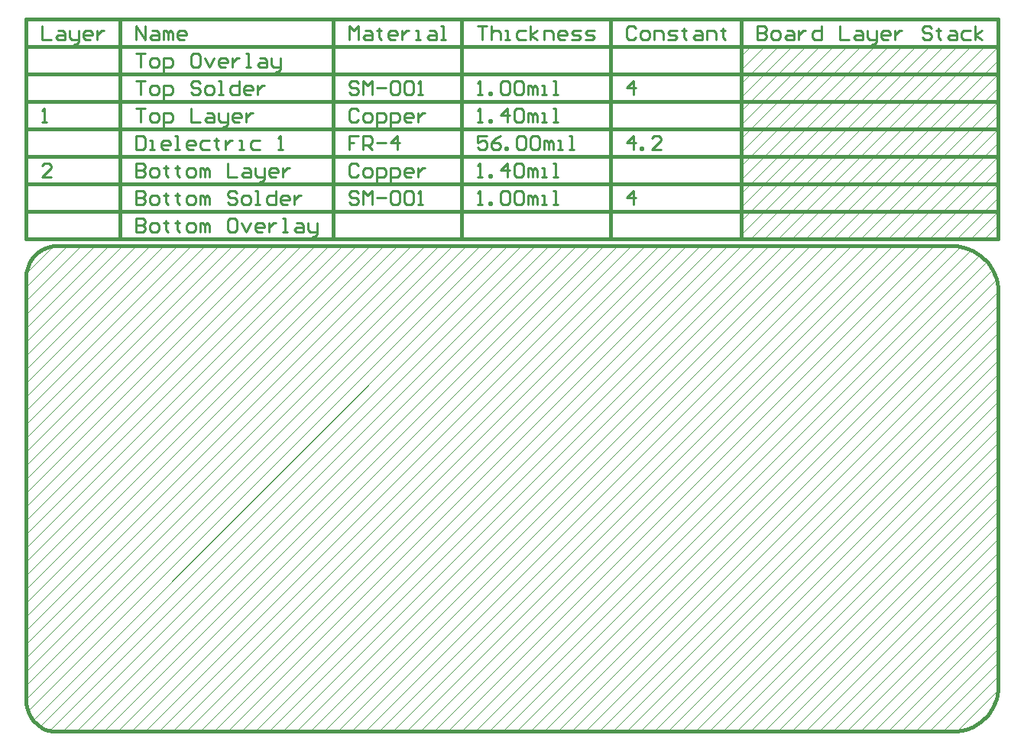
<source format=gbr>
%TF.GenerationSoftware,Altium Limited,Altium Designer,20.0.11 (256)*%
G04 Layer_Color=32768*
%FSLAX26Y26*%
%MOIN*%
%TF.FileFunction,Other,Fab_Notes*%
%TF.Part,Single*%
G01*
G75*
%TA.AperFunction,NonConductor*%
%ADD23C,0.010000*%
%ADD38C,0.001000*%
%ADD41C,0.015000*%
D23*
X5116172Y3040675D02*
Y2980695D01*
X5156159D01*
X5186150Y3020682D02*
X5206143D01*
X5216140Y3010685D01*
Y2980695D01*
X5186150D01*
X5176153Y2990691D01*
X5186150Y3000688D01*
X5216140D01*
X5236133Y3020682D02*
Y2990691D01*
X5246130Y2980695D01*
X5276121D01*
Y2970698D01*
X5266124Y2960701D01*
X5256127D01*
X5276121Y2980695D02*
Y3020682D01*
X5326104Y2980695D02*
X5306111D01*
X5296114Y2990691D01*
Y3010685D01*
X5306111Y3020682D01*
X5326104D01*
X5336101Y3010685D01*
Y3000688D01*
X5296114D01*
X5356095Y3020682D02*
Y2980695D01*
Y3000688D01*
X5366092Y3010685D01*
X5376088Y3020682D01*
X5386085D01*
X5156159Y2380695D02*
X5116172D01*
X5156159Y2420682D01*
Y2430678D01*
X5146163Y2440675D01*
X5126169D01*
X5116172Y2430678D01*
Y2620695D02*
X5136166D01*
X5126169D01*
Y2680675D01*
X5116172Y2670678D01*
X5526085Y2980695D02*
Y3040675D01*
X5566072Y2980695D01*
Y3040675D01*
X5596062Y3020682D02*
X5616056D01*
X5626053Y3010685D01*
Y2980695D01*
X5596062D01*
X5586066Y2990691D01*
X5596062Y3000688D01*
X5626053D01*
X5646046Y2980695D02*
Y3020682D01*
X5656043D01*
X5666040Y3010685D01*
Y2980695D01*
Y3010685D01*
X5676037Y3020682D01*
X5686033Y3010685D01*
Y2980695D01*
X5736017D02*
X5716024D01*
X5706027Y2990691D01*
Y3010685D01*
X5716024Y3020682D01*
X5736017D01*
X5746014Y3010685D01*
Y3000688D01*
X5706027D01*
X5526085Y2200675D02*
Y2140695D01*
X5556075D01*
X5566072Y2150691D01*
Y2160688D01*
X5556075Y2170685D01*
X5526085D01*
X5556075D01*
X5566072Y2180682D01*
Y2190678D01*
X5556075Y2200675D01*
X5526085D01*
X5596062Y2140695D02*
X5616056D01*
X5626053Y2150691D01*
Y2170685D01*
X5616056Y2180682D01*
X5596062D01*
X5586066Y2170685D01*
Y2150691D01*
X5596062Y2140695D01*
X5656043Y2190678D02*
Y2180682D01*
X5646046D01*
X5666040D01*
X5656043D01*
Y2150691D01*
X5666040Y2140695D01*
X5706027Y2190678D02*
Y2180682D01*
X5696030D01*
X5716024D01*
X5706027D01*
Y2150691D01*
X5716024Y2140695D01*
X5756011D02*
X5776004D01*
X5786001Y2150691D01*
Y2170685D01*
X5776004Y2180682D01*
X5756011D01*
X5746014Y2170685D01*
Y2150691D01*
X5756011Y2140695D01*
X5805994D02*
Y2180682D01*
X5815991D01*
X5825988Y2170685D01*
Y2140695D01*
Y2170685D01*
X5835985Y2180682D01*
X5845981Y2170685D01*
Y2140695D01*
X5955946Y2200675D02*
X5935952D01*
X5925956Y2190678D01*
Y2150691D01*
X5935952Y2140695D01*
X5955946D01*
X5965943Y2150691D01*
Y2190678D01*
X5955946Y2200675D01*
X5985936Y2180682D02*
X6005930Y2140695D01*
X6025923Y2180682D01*
X6075907Y2140695D02*
X6055914D01*
X6045917Y2150691D01*
Y2170685D01*
X6055914Y2180682D01*
X6075907D01*
X6085904Y2170685D01*
Y2160688D01*
X6045917D01*
X6105897Y2180682D02*
Y2140695D01*
Y2160688D01*
X6115894Y2170685D01*
X6125891Y2180682D01*
X6135888D01*
X6165878Y2140695D02*
X6185872D01*
X6175875D01*
Y2200675D01*
X6165878D01*
X6225859Y2180682D02*
X6245852D01*
X6255849Y2170685D01*
Y2140695D01*
X6225859D01*
X6215862Y2150691D01*
X6225859Y2160688D01*
X6255849D01*
X6275842Y2180682D02*
Y2150691D01*
X6285839Y2140695D01*
X6315829D01*
Y2130698D01*
X6305833Y2120701D01*
X6295836D01*
X6315829Y2140695D02*
Y2180682D01*
X5526085Y2320675D02*
Y2260695D01*
X5556075D01*
X5566072Y2270691D01*
Y2280688D01*
X5556075Y2290685D01*
X5526085D01*
X5556075D01*
X5566072Y2300682D01*
Y2310678D01*
X5556075Y2320675D01*
X5526085D01*
X5596062Y2260695D02*
X5616056D01*
X5626053Y2270691D01*
Y2290685D01*
X5616056Y2300682D01*
X5596062D01*
X5586066Y2290685D01*
Y2270691D01*
X5596062Y2260695D01*
X5656043Y2310678D02*
Y2300682D01*
X5646046D01*
X5666040D01*
X5656043D01*
Y2270691D01*
X5666040Y2260695D01*
X5706027Y2310678D02*
Y2300682D01*
X5696030D01*
X5716024D01*
X5706027D01*
Y2270691D01*
X5716024Y2260695D01*
X5756011D02*
X5776004D01*
X5786001Y2270691D01*
Y2290685D01*
X5776004Y2300682D01*
X5756011D01*
X5746014Y2290685D01*
Y2270691D01*
X5756011Y2260695D01*
X5805994D02*
Y2300682D01*
X5815991D01*
X5825988Y2290685D01*
Y2260695D01*
Y2290685D01*
X5835985Y2300682D01*
X5845981Y2290685D01*
Y2260695D01*
X5965943Y2310678D02*
X5955946Y2320675D01*
X5935952D01*
X5925956Y2310678D01*
Y2300682D01*
X5935952Y2290685D01*
X5955946D01*
X5965943Y2280688D01*
Y2270691D01*
X5955946Y2260695D01*
X5935952D01*
X5925956Y2270691D01*
X5995933Y2260695D02*
X6015926D01*
X6025923Y2270691D01*
Y2290685D01*
X6015926Y2300682D01*
X5995933D01*
X5985936Y2290685D01*
Y2270691D01*
X5995933Y2260695D01*
X6045917D02*
X6065910D01*
X6055914D01*
Y2320675D01*
X6045917D01*
X6135888D02*
Y2260695D01*
X6105897D01*
X6095901Y2270691D01*
Y2290685D01*
X6105897Y2300682D01*
X6135888D01*
X6185872Y2260695D02*
X6165878D01*
X6155881Y2270691D01*
Y2290685D01*
X6165878Y2300682D01*
X6185872D01*
X6195868Y2290685D01*
Y2280688D01*
X6155881D01*
X6215862Y2300682D02*
Y2260695D01*
Y2280688D01*
X6225859Y2290685D01*
X6235855Y2300682D01*
X6245852D01*
X5526085Y2440675D02*
Y2380695D01*
X5556075D01*
X5566072Y2390691D01*
Y2400688D01*
X5556075Y2410685D01*
X5526085D01*
X5556075D01*
X5566072Y2420682D01*
Y2430678D01*
X5556075Y2440675D01*
X5526085D01*
X5596062Y2380695D02*
X5616056D01*
X5626053Y2390691D01*
Y2410685D01*
X5616056Y2420682D01*
X5596062D01*
X5586066Y2410685D01*
Y2390691D01*
X5596062Y2380695D01*
X5656043Y2430678D02*
Y2420682D01*
X5646046D01*
X5666040D01*
X5656043D01*
Y2390691D01*
X5666040Y2380695D01*
X5706027Y2430678D02*
Y2420682D01*
X5696030D01*
X5716024D01*
X5706027D01*
Y2390691D01*
X5716024Y2380695D01*
X5756011D02*
X5776004D01*
X5786001Y2390691D01*
Y2410685D01*
X5776004Y2420682D01*
X5756011D01*
X5746014Y2410685D01*
Y2390691D01*
X5756011Y2380695D01*
X5805994D02*
Y2420682D01*
X5815991D01*
X5825988Y2410685D01*
Y2380695D01*
Y2410685D01*
X5835985Y2420682D01*
X5845981Y2410685D01*
Y2380695D01*
X5925956Y2440675D02*
Y2380695D01*
X5965943D01*
X5995933Y2420682D02*
X6015926D01*
X6025923Y2410685D01*
Y2380695D01*
X5995933D01*
X5985936Y2390691D01*
X5995933Y2400688D01*
X6025923D01*
X6045917Y2420682D02*
Y2390691D01*
X6055914Y2380695D01*
X6085904D01*
Y2370698D01*
X6075907Y2360701D01*
X6065910D01*
X6085904Y2380695D02*
Y2420682D01*
X6135888Y2380695D02*
X6115894D01*
X6105897Y2390691D01*
Y2410685D01*
X6115894Y2420682D01*
X6135888D01*
X6145885Y2410685D01*
Y2400688D01*
X6105897D01*
X6165878Y2420682D02*
Y2380695D01*
Y2400688D01*
X6175875Y2410685D01*
X6185872Y2420682D01*
X6195868D01*
X5526085Y2560675D02*
Y2500695D01*
X5556075D01*
X5566072Y2510691D01*
Y2550678D01*
X5556075Y2560675D01*
X5526085D01*
X5586066Y2500695D02*
X5606059D01*
X5596062D01*
Y2540682D01*
X5586066D01*
X5666040Y2500695D02*
X5646046D01*
X5636049Y2510691D01*
Y2530685D01*
X5646046Y2540682D01*
X5666040D01*
X5676037Y2530685D01*
Y2520688D01*
X5636049D01*
X5696030Y2500695D02*
X5716024D01*
X5706027D01*
Y2560675D01*
X5696030D01*
X5776004Y2500695D02*
X5756011D01*
X5746014Y2510691D01*
Y2530685D01*
X5756011Y2540682D01*
X5776004D01*
X5786001Y2530685D01*
Y2520688D01*
X5746014D01*
X5845981Y2540682D02*
X5815991D01*
X5805994Y2530685D01*
Y2510691D01*
X5815991Y2500695D01*
X5845981D01*
X5875972Y2550678D02*
Y2540682D01*
X5865975D01*
X5885968D01*
X5875972D01*
Y2510691D01*
X5885968Y2500695D01*
X5915959Y2540682D02*
Y2500695D01*
Y2520688D01*
X5925956Y2530685D01*
X5935952Y2540682D01*
X5945949D01*
X5975939Y2500695D02*
X5995933D01*
X5985936D01*
Y2540682D01*
X5975939D01*
X6065910D02*
X6035920D01*
X6025923Y2530685D01*
Y2510691D01*
X6035920Y2500695D01*
X6065910D01*
X6145884D02*
X6165878D01*
X6155881D01*
Y2560675D01*
X6145884Y2550678D01*
X5526085Y2680675D02*
X5566072D01*
X5546078D01*
Y2620695D01*
X5596062D02*
X5616056D01*
X5626053Y2630691D01*
Y2650685D01*
X5616056Y2660682D01*
X5596062D01*
X5586066Y2650685D01*
Y2630691D01*
X5596062Y2620695D01*
X5646046Y2600701D02*
Y2660682D01*
X5676037D01*
X5686033Y2650685D01*
Y2630691D01*
X5676037Y2620695D01*
X5646046D01*
X5766007Y2680675D02*
Y2620695D01*
X5805994D01*
X5835985Y2660682D02*
X5855978D01*
X5865975Y2650685D01*
Y2620695D01*
X5835985D01*
X5825988Y2630691D01*
X5835985Y2640688D01*
X5865975D01*
X5885969Y2660682D02*
Y2630691D01*
X5895965Y2620695D01*
X5925956D01*
Y2610698D01*
X5915959Y2600701D01*
X5905962D01*
X5925956Y2620695D02*
Y2660682D01*
X5975940Y2620695D02*
X5955946D01*
X5945949Y2630691D01*
Y2650685D01*
X5955946Y2660682D01*
X5975940D01*
X5985936Y2650685D01*
Y2640688D01*
X5945949D01*
X6005930Y2660682D02*
Y2620695D01*
Y2640688D01*
X6015927Y2650685D01*
X6025923Y2660682D01*
X6035920D01*
X5526085Y2800675D02*
X5566072D01*
X5546078D01*
Y2740695D01*
X5596062D02*
X5616056D01*
X5626053Y2750691D01*
Y2770685D01*
X5616056Y2780682D01*
X5596062D01*
X5586066Y2770685D01*
Y2750691D01*
X5596062Y2740695D01*
X5646046Y2720701D02*
Y2780682D01*
X5676037D01*
X5686033Y2770685D01*
Y2750691D01*
X5676037Y2740695D01*
X5646046D01*
X5805994Y2790678D02*
X5795998Y2800675D01*
X5776004D01*
X5766007Y2790678D01*
Y2780682D01*
X5776004Y2770685D01*
X5795998D01*
X5805994Y2760688D01*
Y2750691D01*
X5795998Y2740695D01*
X5776004D01*
X5766007Y2750691D01*
X5835985Y2740695D02*
X5855978D01*
X5865975Y2750691D01*
Y2770685D01*
X5855978Y2780682D01*
X5835985D01*
X5825988Y2770685D01*
Y2750691D01*
X5835985Y2740695D01*
X5885969D02*
X5905962D01*
X5895965D01*
Y2800675D01*
X5885969D01*
X5975940D02*
Y2740695D01*
X5945949D01*
X5935952Y2750691D01*
Y2770685D01*
X5945949Y2780682D01*
X5975940D01*
X6025923Y2740695D02*
X6005930D01*
X5995933Y2750691D01*
Y2770685D01*
X6005930Y2780682D01*
X6025923D01*
X6035920Y2770685D01*
Y2760688D01*
X5995933D01*
X6055914Y2780682D02*
Y2740695D01*
Y2760688D01*
X6065910Y2770685D01*
X6075907Y2780682D01*
X6085904D01*
X5526085Y2920675D02*
X5566072D01*
X5546078D01*
Y2860695D01*
X5596062D02*
X5616056D01*
X5626053Y2870691D01*
Y2890685D01*
X5616056Y2900682D01*
X5596062D01*
X5586066Y2890685D01*
Y2870691D01*
X5596062Y2860695D01*
X5646046Y2840701D02*
Y2900682D01*
X5676037D01*
X5686033Y2890685D01*
Y2870691D01*
X5676037Y2860695D01*
X5646046D01*
X5795998Y2920675D02*
X5776004D01*
X5766007Y2910678D01*
Y2870691D01*
X5776004Y2860695D01*
X5795998D01*
X5805994Y2870691D01*
Y2910678D01*
X5795998Y2920675D01*
X5825988Y2900682D02*
X5845981Y2860695D01*
X5865975Y2900682D01*
X5915959Y2860695D02*
X5895965D01*
X5885969Y2870691D01*
Y2890685D01*
X5895965Y2900682D01*
X5915959D01*
X5925956Y2890685D01*
Y2880688D01*
X5885969D01*
X5945949Y2900682D02*
Y2860695D01*
Y2880688D01*
X5955946Y2890685D01*
X5965943Y2900682D01*
X5975940D01*
X6005930Y2860695D02*
X6025923D01*
X6015927D01*
Y2920675D01*
X6005930D01*
X6065910Y2900682D02*
X6085904D01*
X6095901Y2890685D01*
Y2860695D01*
X6065910D01*
X6055914Y2870691D01*
X6065910Y2880688D01*
X6095901D01*
X6115894Y2900682D02*
Y2870691D01*
X6125891Y2860695D01*
X6155881D01*
Y2850698D01*
X6145885Y2840701D01*
X6135888D01*
X6155881Y2860695D02*
Y2900682D01*
X6455829Y2980695D02*
Y3040675D01*
X6475823Y3020682D01*
X6495817Y3040675D01*
Y2980695D01*
X6525807Y3020682D02*
X6545800D01*
X6555797Y3010685D01*
Y2980695D01*
X6525807D01*
X6515810Y2990691D01*
X6525807Y3000688D01*
X6555797D01*
X6585788Y3030678D02*
Y3020682D01*
X6575791D01*
X6595784D01*
X6585788D01*
Y2990691D01*
X6595784Y2980695D01*
X6655765D02*
X6635771D01*
X6625775Y2990691D01*
Y3010685D01*
X6635771Y3020682D01*
X6655765D01*
X6665762Y3010685D01*
Y3000688D01*
X6625775D01*
X6685755Y3020682D02*
Y2980695D01*
Y3000688D01*
X6695752Y3010685D01*
X6705749Y3020682D01*
X6715745D01*
X6745736Y2980695D02*
X6765729D01*
X6755733D01*
Y3020682D01*
X6745736D01*
X6805716D02*
X6825710D01*
X6835707Y3010685D01*
Y2980695D01*
X6805716D01*
X6795720Y2990691D01*
X6805716Y3000688D01*
X6835707D01*
X6855700Y2980695D02*
X6875694D01*
X6865697D01*
Y3040675D01*
X6855700D01*
X6495817Y2310678D02*
X6485820Y2320675D01*
X6465826D01*
X6455829Y2310678D01*
Y2300682D01*
X6465826Y2290685D01*
X6485820D01*
X6495817Y2280688D01*
Y2270691D01*
X6485820Y2260695D01*
X6465826D01*
X6455829Y2270691D01*
X6515810Y2260695D02*
Y2320675D01*
X6535804Y2300682D01*
X6555797Y2320675D01*
Y2260695D01*
X6575791Y2290685D02*
X6615778D01*
X6635771Y2310678D02*
X6645768Y2320675D01*
X6665762D01*
X6675758Y2310678D01*
Y2270691D01*
X6665762Y2260695D01*
X6645768D01*
X6635771Y2270691D01*
Y2310678D01*
X6695752D02*
X6705749Y2320675D01*
X6725742D01*
X6735739Y2310678D01*
Y2270691D01*
X6725742Y2260695D01*
X6705749D01*
X6695752Y2270691D01*
Y2310678D01*
X6755733Y2260695D02*
X6775726D01*
X6765729D01*
Y2320675D01*
X6755733Y2310678D01*
X6495817Y2430678D02*
X6485820Y2440675D01*
X6465826D01*
X6455829Y2430678D01*
Y2390691D01*
X6465826Y2380695D01*
X6485820D01*
X6495817Y2390691D01*
X6525807Y2380695D02*
X6545800D01*
X6555797Y2390691D01*
Y2410685D01*
X6545800Y2420682D01*
X6525807D01*
X6515810Y2410685D01*
Y2390691D01*
X6525807Y2380695D01*
X6575791Y2360701D02*
Y2420682D01*
X6605781D01*
X6615778Y2410685D01*
Y2390691D01*
X6605781Y2380695D01*
X6575791D01*
X6635771Y2360701D02*
Y2420682D01*
X6665762D01*
X6675758Y2410685D01*
Y2390691D01*
X6665762Y2380695D01*
X6635771D01*
X6725742D02*
X6705749D01*
X6695752Y2390691D01*
Y2410685D01*
X6705749Y2420682D01*
X6725742D01*
X6735739Y2410685D01*
Y2400688D01*
X6695752D01*
X6755733Y2420682D02*
Y2380695D01*
Y2400688D01*
X6765729Y2410685D01*
X6775726Y2420682D01*
X6785723D01*
X6495817Y2560675D02*
X6455829D01*
Y2530685D01*
X6475823D01*
X6455829D01*
Y2500695D01*
X6515810D02*
Y2560675D01*
X6545800D01*
X6555797Y2550678D01*
Y2530685D01*
X6545800Y2520688D01*
X6515810D01*
X6535804D02*
X6555797Y2500695D01*
X6575791Y2530685D02*
X6615778D01*
X6665762Y2500695D02*
Y2560675D01*
X6635771Y2530685D01*
X6675758D01*
X6495817Y2670678D02*
X6485820Y2680675D01*
X6465826D01*
X6455829Y2670678D01*
Y2630691D01*
X6465826Y2620695D01*
X6485820D01*
X6495817Y2630691D01*
X6525807Y2620695D02*
X6545800D01*
X6555797Y2630691D01*
Y2650685D01*
X6545800Y2660682D01*
X6525807D01*
X6515810Y2650685D01*
Y2630691D01*
X6525807Y2620695D01*
X6575791Y2600701D02*
Y2660682D01*
X6605781D01*
X6615778Y2650685D01*
Y2630691D01*
X6605781Y2620695D01*
X6575791D01*
X6635771Y2600701D02*
Y2660682D01*
X6665762D01*
X6675758Y2650685D01*
Y2630691D01*
X6665762Y2620695D01*
X6635771D01*
X6725742D02*
X6705749D01*
X6695752Y2630691D01*
Y2650685D01*
X6705749Y2660682D01*
X6725742D01*
X6735739Y2650685D01*
Y2640688D01*
X6695752D01*
X6755733Y2660682D02*
Y2620695D01*
Y2640688D01*
X6765729Y2650685D01*
X6775726Y2660682D01*
X6785723D01*
X6495817Y2790678D02*
X6485820Y2800675D01*
X6465826D01*
X6455829Y2790678D01*
Y2780682D01*
X6465826Y2770685D01*
X6485820D01*
X6495817Y2760688D01*
Y2750691D01*
X6485820Y2740695D01*
X6465826D01*
X6455829Y2750691D01*
X6515810Y2740695D02*
Y2800675D01*
X6535804Y2780682D01*
X6555797Y2800675D01*
Y2740695D01*
X6575791Y2770685D02*
X6615778D01*
X6635771Y2790678D02*
X6645768Y2800675D01*
X6665762D01*
X6675758Y2790678D01*
Y2750691D01*
X6665762Y2740695D01*
X6645768D01*
X6635771Y2750691D01*
Y2790678D01*
X6695752D02*
X6705749Y2800675D01*
X6725742D01*
X6735739Y2790678D01*
Y2750691D01*
X6725742Y2740695D01*
X6705749D01*
X6695752Y2750691D01*
Y2790678D01*
X6755733Y2740695D02*
X6775726D01*
X6765729D01*
Y2800675D01*
X6755733Y2790678D01*
X7015694Y3040675D02*
X7055681D01*
X7035687D01*
Y2980695D01*
X7075674Y3040675D02*
Y2980695D01*
Y3010685D01*
X7085671Y3020682D01*
X7105664D01*
X7115661Y3010685D01*
Y2980695D01*
X7135655D02*
X7155648D01*
X7145652D01*
Y3020682D01*
X7135655D01*
X7225626D02*
X7195635D01*
X7185639Y3010685D01*
Y2990691D01*
X7195635Y2980695D01*
X7225626D01*
X7245619D02*
Y3040675D01*
Y3000688D02*
X7275609Y3020682D01*
X7245619Y3000688D02*
X7275609Y2980695D01*
X7305600D02*
Y3020682D01*
X7335590D01*
X7345587Y3010685D01*
Y2980695D01*
X7395571D02*
X7375577D01*
X7365580Y2990691D01*
Y3010685D01*
X7375577Y3020682D01*
X7395571D01*
X7405568Y3010685D01*
Y3000688D01*
X7365580D01*
X7425561Y2980695D02*
X7455551D01*
X7465548Y2990691D01*
X7455551Y3000688D01*
X7435558D01*
X7425561Y3010685D01*
X7435558Y3020682D01*
X7465548D01*
X7485542Y2980695D02*
X7515532D01*
X7525529Y2990691D01*
X7515532Y3000688D01*
X7495538D01*
X7485542Y3010685D01*
X7495538Y3020682D01*
X7525529D01*
X7015694Y2260695D02*
X7035687D01*
X7025690D01*
Y2320675D01*
X7015694Y2310678D01*
X7065677Y2260695D02*
Y2270691D01*
X7075674D01*
Y2260695D01*
X7065677D01*
X7115661Y2310678D02*
X7125658Y2320675D01*
X7145651D01*
X7155648Y2310678D01*
Y2270691D01*
X7145651Y2260695D01*
X7125658D01*
X7115661Y2270691D01*
Y2310678D01*
X7175642D02*
X7185639Y2320675D01*
X7205632D01*
X7215629Y2310678D01*
Y2270691D01*
X7205632Y2260695D01*
X7185639D01*
X7175642Y2270691D01*
Y2310678D01*
X7235622Y2260695D02*
Y2300682D01*
X7245619D01*
X7255616Y2290685D01*
Y2260695D01*
Y2290685D01*
X7265613Y2300682D01*
X7275609Y2290685D01*
Y2260695D01*
X7295603D02*
X7315596D01*
X7305600D01*
Y2300682D01*
X7295603D01*
X7345587Y2260695D02*
X7365580D01*
X7355584D01*
Y2320675D01*
X7345587D01*
X7015694Y2380695D02*
X7035687D01*
X7025690D01*
Y2440675D01*
X7015694Y2430678D01*
X7065677Y2380695D02*
Y2390691D01*
X7075674D01*
Y2380695D01*
X7065677D01*
X7145651D02*
Y2440675D01*
X7115661Y2410685D01*
X7155648D01*
X7175642Y2430678D02*
X7185639Y2440675D01*
X7205632D01*
X7215629Y2430678D01*
Y2390691D01*
X7205632Y2380695D01*
X7185639D01*
X7175642Y2390691D01*
Y2430678D01*
X7235622Y2380695D02*
Y2420682D01*
X7245619D01*
X7255616Y2410685D01*
Y2380695D01*
Y2410685D01*
X7265613Y2420682D01*
X7275609Y2410685D01*
Y2380695D01*
X7295603D02*
X7315596D01*
X7305600D01*
Y2420682D01*
X7295603D01*
X7345587Y2380695D02*
X7365580D01*
X7355584D01*
Y2440675D01*
X7345587D01*
X7055681Y2560675D02*
X7015694D01*
Y2530685D01*
X7035687Y2540682D01*
X7045684D01*
X7055681Y2530685D01*
Y2510691D01*
X7045684Y2500695D01*
X7025690D01*
X7015694Y2510691D01*
X7115661Y2560675D02*
X7095668Y2550678D01*
X7075674Y2530685D01*
Y2510691D01*
X7085671Y2500695D01*
X7105664D01*
X7115661Y2510691D01*
Y2520688D01*
X7105664Y2530685D01*
X7075674D01*
X7135655Y2500695D02*
Y2510691D01*
X7145652D01*
Y2500695D01*
X7135655D01*
X7185639Y2550678D02*
X7195635Y2560675D01*
X7215629D01*
X7225626Y2550678D01*
Y2510691D01*
X7215629Y2500695D01*
X7195635D01*
X7185639Y2510691D01*
Y2550678D01*
X7245619D02*
X7255616Y2560675D01*
X7275609D01*
X7285606Y2550678D01*
Y2510691D01*
X7275609Y2500695D01*
X7255616D01*
X7245619Y2510691D01*
Y2550678D01*
X7305600Y2500695D02*
Y2540682D01*
X7315597D01*
X7325593Y2530685D01*
Y2500695D01*
Y2530685D01*
X7335590Y2540682D01*
X7345587Y2530685D01*
Y2500695D01*
X7365580D02*
X7385574D01*
X7375577D01*
Y2540682D01*
X7365580D01*
X7415564Y2500695D02*
X7435558D01*
X7425561D01*
Y2560675D01*
X7415564D01*
X7015694Y2620695D02*
X7035687D01*
X7025690D01*
Y2680675D01*
X7015694Y2670678D01*
X7065677Y2620695D02*
Y2630691D01*
X7075674D01*
Y2620695D01*
X7065677D01*
X7145651D02*
Y2680675D01*
X7115661Y2650685D01*
X7155648D01*
X7175642Y2670678D02*
X7185639Y2680675D01*
X7205632D01*
X7215629Y2670678D01*
Y2630691D01*
X7205632Y2620695D01*
X7185639D01*
X7175642Y2630691D01*
Y2670678D01*
X7235622Y2620695D02*
Y2660682D01*
X7245619D01*
X7255616Y2650685D01*
Y2620695D01*
Y2650685D01*
X7265613Y2660682D01*
X7275609Y2650685D01*
Y2620695D01*
X7295603D02*
X7315596D01*
X7305600D01*
Y2660682D01*
X7295603D01*
X7345587Y2620695D02*
X7365580D01*
X7355584D01*
Y2680675D01*
X7345587D01*
X7015694Y2740695D02*
X7035687D01*
X7025690D01*
Y2800675D01*
X7015694Y2790678D01*
X7065677Y2740695D02*
Y2750691D01*
X7075674D01*
Y2740695D01*
X7065677D01*
X7115661Y2790678D02*
X7125658Y2800675D01*
X7145651D01*
X7155648Y2790678D01*
Y2750691D01*
X7145651Y2740695D01*
X7125658D01*
X7115661Y2750691D01*
Y2790678D01*
X7175642D02*
X7185639Y2800675D01*
X7205632D01*
X7215629Y2790678D01*
Y2750691D01*
X7205632Y2740695D01*
X7185639D01*
X7175642Y2750691D01*
Y2790678D01*
X7235622Y2740695D02*
Y2780682D01*
X7245619D01*
X7255616Y2770685D01*
Y2740695D01*
Y2770685D01*
X7265613Y2780682D01*
X7275609Y2770685D01*
Y2740695D01*
X7295603D02*
X7315596D01*
X7305600D01*
Y2780682D01*
X7295603D01*
X7345587Y2740695D02*
X7365580D01*
X7355584D01*
Y2800675D01*
X7345587D01*
X7705516Y3030678D02*
X7695519Y3040675D01*
X7675525D01*
X7665529Y3030678D01*
Y2990691D01*
X7675525Y2980695D01*
X7695519D01*
X7705516Y2990691D01*
X7735506Y2980695D02*
X7755500D01*
X7765496Y2990691D01*
Y3010685D01*
X7755500Y3020682D01*
X7735506D01*
X7725509Y3010685D01*
Y2990691D01*
X7735506Y2980695D01*
X7785490D02*
Y3020682D01*
X7815480D01*
X7825477Y3010685D01*
Y2980695D01*
X7845471D02*
X7875461D01*
X7885458Y2990691D01*
X7875461Y3000688D01*
X7855467D01*
X7845471Y3010685D01*
X7855467Y3020682D01*
X7885458D01*
X7915448Y3030678D02*
Y3020682D01*
X7905451D01*
X7925445D01*
X7915448D01*
Y2990691D01*
X7925445Y2980695D01*
X7965432Y3020682D02*
X7985425D01*
X7995422Y3010685D01*
Y2980695D01*
X7965432D01*
X7955435Y2990691D01*
X7965432Y3000688D01*
X7995422D01*
X8015416Y2980695D02*
Y3020682D01*
X8045406D01*
X8055403Y3010685D01*
Y2980695D01*
X8085393Y3030678D02*
Y3020682D01*
X8075396D01*
X8095390D01*
X8085393D01*
Y2990691D01*
X8095390Y2980695D01*
X7695519Y2260695D02*
Y2320675D01*
X7665529Y2290685D01*
X7705516D01*
X7695519Y2500695D02*
Y2560675D01*
X7665529Y2530685D01*
X7705516D01*
X7725509Y2500695D02*
Y2510691D01*
X7735506D01*
Y2500695D01*
X7725509D01*
X7815480D02*
X7775493D01*
X7815480Y2540682D01*
Y2550678D01*
X7805483Y2560675D01*
X7785490D01*
X7775493Y2550678D01*
X7695519Y2740695D02*
Y2800675D01*
X7665529Y2770685D01*
X7705516D01*
X8235390Y3040675D02*
Y2980695D01*
X8265380D01*
X8275377Y2990691D01*
Y3000688D01*
X8265380Y3010685D01*
X8235390D01*
X8265380D01*
X8275377Y3020682D01*
Y3030678D01*
X8265380Y3040675D01*
X8235390D01*
X8305367Y2980695D02*
X8325361D01*
X8335357Y2990691D01*
Y3010685D01*
X8325361Y3020682D01*
X8305367D01*
X8295370Y3010685D01*
Y2990691D01*
X8305367Y2980695D01*
X8365348Y3020682D02*
X8385341D01*
X8395338Y3010685D01*
Y2980695D01*
X8365348D01*
X8355351Y2990691D01*
X8365348Y3000688D01*
X8395338D01*
X8415331Y3020682D02*
Y2980695D01*
Y3000688D01*
X8425328Y3010685D01*
X8435325Y3020682D01*
X8445322D01*
X8515299Y3040675D02*
Y2980695D01*
X8485309D01*
X8475312Y2990691D01*
Y3010685D01*
X8485309Y3020682D01*
X8515299D01*
X8595273Y3040675D02*
Y2980695D01*
X8635260D01*
X8665251Y3020682D02*
X8685244D01*
X8695241Y3010685D01*
Y2980695D01*
X8665251D01*
X8655254Y2990691D01*
X8665251Y3000688D01*
X8695241D01*
X8715234Y3020682D02*
Y2990691D01*
X8725231Y2980695D01*
X8755221D01*
Y2970698D01*
X8745225Y2960701D01*
X8735228D01*
X8755221Y2980695D02*
Y3020682D01*
X8805205Y2980695D02*
X8785212D01*
X8775215Y2990691D01*
Y3010685D01*
X8785212Y3020682D01*
X8805205D01*
X8815202Y3010685D01*
Y3000688D01*
X8775215D01*
X8835196Y3020682D02*
Y2980695D01*
Y3000688D01*
X8845192Y3010685D01*
X8855189Y3020682D01*
X8865186D01*
X8995144Y3030678D02*
X8985147Y3040675D01*
X8965154D01*
X8955157Y3030678D01*
Y3020682D01*
X8965154Y3010685D01*
X8985147D01*
X8995144Y3000688D01*
Y2990691D01*
X8985147Y2980695D01*
X8965154D01*
X8955157Y2990691D01*
X9025134Y3030678D02*
Y3020682D01*
X9015137D01*
X9035131D01*
X9025134D01*
Y2990691D01*
X9035131Y2980695D01*
X9075118Y3020682D02*
X9095112D01*
X9105108Y3010685D01*
Y2980695D01*
X9075118D01*
X9065121Y2990691D01*
X9075118Y3000688D01*
X9105108D01*
X9165089Y3020682D02*
X9135099D01*
X9125102Y3010685D01*
Y2990691D01*
X9135099Y2980695D01*
X9165089D01*
X9185082D02*
Y3040675D01*
Y3000688D02*
X9215073Y3020682D01*
X9185082Y3000688D02*
X9215073Y2980695D01*
D38*
X9225073Y2110695D02*
X9285073Y2170695D01*
X9165073Y2110695D02*
X9285073Y2230695D01*
X9105073Y2110695D02*
X9225073Y2230695D01*
X9045073Y2110695D02*
X9165073Y2230695D01*
X8985073Y2110695D02*
X9105073Y2230695D01*
X8925073Y2110695D02*
X9045073Y2230695D01*
X8865073Y2110695D02*
X8985073Y2230695D01*
X8805073Y2110695D02*
X8925073Y2230695D01*
X8745073Y2110695D02*
X8865073Y2230695D01*
X8685073Y2110695D02*
X8805073Y2230695D01*
X8625073Y2110695D02*
X8745073Y2230695D01*
X8565073Y2110695D02*
X8685073Y2230695D01*
X8505073Y2110695D02*
X8625073Y2230695D01*
X8445073Y2110695D02*
X8565073Y2230695D01*
X8385073Y2110695D02*
X8505073Y2230695D01*
X8325073Y2110695D02*
X8445073Y2230695D01*
X8265073Y2110695D02*
X8385073Y2230695D01*
X8205073Y2110695D02*
X8325073Y2230695D01*
X8165390Y2131011D02*
X8265073Y2230695D01*
X8165390Y2191011D02*
X8205073Y2230695D01*
X9225073D02*
X9285073Y2290695D01*
X9165073Y2230695D02*
X9285073Y2350695D01*
X9105073Y2230695D02*
X9225073Y2350695D01*
X9045073Y2230695D02*
X9165073Y2350695D01*
X8985073Y2230695D02*
X9105073Y2350695D01*
X8925073Y2230695D02*
X9045073Y2350695D01*
X8865073Y2230695D02*
X8985073Y2350695D01*
X8805073Y2230695D02*
X8925073Y2350695D01*
X8745073Y2230695D02*
X8865073Y2350695D01*
X8685073Y2230695D02*
X8805073Y2350695D01*
X8625073Y2230695D02*
X8745073Y2350695D01*
X8565073Y2230695D02*
X8685073Y2350695D01*
X8505073Y2230695D02*
X8625073Y2350695D01*
X8445073Y2230695D02*
X8565073Y2350695D01*
X8385073Y2230695D02*
X8505073Y2350695D01*
X8325073Y2230695D02*
X8445073Y2350695D01*
X8265073Y2230695D02*
X8385073Y2350695D01*
X8205073Y2230695D02*
X8325073Y2350695D01*
X8165390Y2251011D02*
X8265073Y2350695D01*
X8165390Y2311011D02*
X8205073Y2350695D01*
X9225073D02*
X9285073Y2410695D01*
X9165073Y2350695D02*
X9285073Y2470695D01*
X9105073Y2350695D02*
X9225073Y2470695D01*
X9045073Y2350695D02*
X9165073Y2470695D01*
X8985073Y2350695D02*
X9105073Y2470695D01*
X8925073Y2350695D02*
X9045073Y2470695D01*
X8865073Y2350695D02*
X8985073Y2470695D01*
X8805073Y2350695D02*
X8925073Y2470695D01*
X8745073Y2350695D02*
X8865073Y2470695D01*
X8685073Y2350695D02*
X8805073Y2470695D01*
X8625073Y2350695D02*
X8745073Y2470695D01*
X8565073Y2350695D02*
X8685073Y2470695D01*
X8505073Y2350695D02*
X8625073Y2470695D01*
X8445073Y2350695D02*
X8565073Y2470695D01*
X8385073Y2350695D02*
X8505073Y2470695D01*
X8325073Y2350695D02*
X8445073Y2470695D01*
X8265073Y2350695D02*
X8385073Y2470695D01*
X8205073Y2350695D02*
X8325073Y2470695D01*
X8165390Y2371011D02*
X8265073Y2470695D01*
X8165390Y2431011D02*
X8205073Y2470695D01*
X9225073D02*
X9285073Y2530695D01*
X9165073Y2470695D02*
X9285073Y2590695D01*
X9105073Y2470695D02*
X9225073Y2590695D01*
X9045073Y2470695D02*
X9165073Y2590695D01*
X8985073Y2470695D02*
X9105073Y2590695D01*
X8925073Y2470695D02*
X9045073Y2590695D01*
X8865073Y2470695D02*
X8985073Y2590695D01*
X8805073Y2470695D02*
X8925073Y2590695D01*
X8745073Y2470695D02*
X8865073Y2590695D01*
X8685073Y2470695D02*
X8805073Y2590695D01*
X8625073Y2470695D02*
X8745073Y2590695D01*
X8565073Y2470695D02*
X8685073Y2590695D01*
X8505073Y2470695D02*
X8625073Y2590695D01*
X8445073Y2470695D02*
X8565073Y2590695D01*
X8385073Y2470695D02*
X8505073Y2590695D01*
X8325073Y2470695D02*
X8445073Y2590695D01*
X8265073Y2470695D02*
X8385073Y2590695D01*
X8205073Y2470695D02*
X8325073Y2590695D01*
X8165390Y2491011D02*
X8265073Y2590695D01*
X8165390Y2551011D02*
X8205073Y2590695D01*
X9225073D02*
X9285073Y2650695D01*
X9165073Y2590695D02*
X9285073Y2710695D01*
X9105073Y2590695D02*
X9225073Y2710695D01*
X9045073Y2590695D02*
X9165073Y2710695D01*
X8985073Y2590695D02*
X9105073Y2710695D01*
X8925073Y2590695D02*
X9045073Y2710695D01*
X8865073Y2590695D02*
X8985073Y2710695D01*
X8805073Y2590695D02*
X8925073Y2710695D01*
X8745073Y2590695D02*
X8865073Y2710695D01*
X8685073Y2590695D02*
X8805073Y2710695D01*
X8625073Y2590695D02*
X8745073Y2710695D01*
X8565073Y2590695D02*
X8685073Y2710695D01*
X8505073Y2590695D02*
X8625073Y2710695D01*
X8445073Y2590695D02*
X8565073Y2710695D01*
X8385073Y2590695D02*
X8505073Y2710695D01*
X8325073Y2590695D02*
X8445073Y2710695D01*
X8265073Y2590695D02*
X8385073Y2710695D01*
X8205073Y2590695D02*
X8325073Y2710695D01*
X8165390Y2611011D02*
X8265073Y2710695D01*
X8165390Y2671011D02*
X8205073Y2710695D01*
X9225073D02*
X9285073Y2770695D01*
X9165073Y2710695D02*
X9285073Y2830695D01*
X9105073Y2710695D02*
X9225073Y2830695D01*
X9045073Y2710695D02*
X9165073Y2830695D01*
X8985073Y2710695D02*
X9105073Y2830695D01*
X8925073Y2710695D02*
X9045073Y2830695D01*
X8865073Y2710695D02*
X8985073Y2830695D01*
X8805073Y2710695D02*
X8925073Y2830695D01*
X8745073Y2710695D02*
X8865073Y2830695D01*
X8685073Y2710695D02*
X8805073Y2830695D01*
X8625073Y2710695D02*
X8745073Y2830695D01*
X8565073Y2710695D02*
X8685073Y2830695D01*
X8505073Y2710695D02*
X8625073Y2830695D01*
X8445073Y2710695D02*
X8565073Y2830695D01*
X8385073Y2710695D02*
X8505073Y2830695D01*
X8325073Y2710695D02*
X8445073Y2830695D01*
X8265073Y2710695D02*
X8385073Y2830695D01*
X8205073Y2710695D02*
X8325073Y2830695D01*
X8165390Y2731011D02*
X8265073Y2830695D01*
X8165390Y2791011D02*
X8205073Y2830695D01*
X9225073D02*
X9285073Y2890695D01*
X9165073Y2830695D02*
X9285073Y2950695D01*
X9105073Y2830695D02*
X9225073Y2950695D01*
X9045073Y2830695D02*
X9165073Y2950695D01*
X8985073Y2830695D02*
X9105073Y2950695D01*
X8925073Y2830695D02*
X9045073Y2950695D01*
X8865073Y2830695D02*
X8985073Y2950695D01*
X8805073Y2830695D02*
X8925073Y2950695D01*
X8745073Y2830695D02*
X8865073Y2950695D01*
X8685073Y2830695D02*
X8805073Y2950695D01*
X8625073Y2830695D02*
X8745073Y2950695D01*
X8565073Y2830695D02*
X8685073Y2950695D01*
X8505073Y2830695D02*
X8625073Y2950695D01*
X8445073Y2830695D02*
X8565073Y2950695D01*
X8385073Y2830695D02*
X8505073Y2950695D01*
X8325073Y2830695D02*
X8445073Y2950695D01*
X8265073Y2830695D02*
X8385073Y2950695D01*
X8205073Y2830695D02*
X8325073Y2950695D01*
X8165390Y2851011D02*
X8265073Y2950695D01*
X8165390Y2911011D02*
X8205073Y2950695D01*
X9199869Y-3962D02*
X9249514Y45683D01*
X9104533Y-39298D02*
X9285074Y141243D01*
X9044533Y-39298D02*
X9285074Y201243D01*
X8984533Y-39298D02*
X9285074Y261243D01*
X8924533Y-39298D02*
X9285074Y321243D01*
X8864533Y-39298D02*
X9285074Y381243D01*
X8804533Y-39298D02*
X9285074Y441243D01*
X8744533Y-39298D02*
X9285074Y501243D01*
X8684533Y-39298D02*
X9285074Y561243D01*
X8624533Y-39298D02*
X9285074Y621243D01*
X8564533Y-39298D02*
X9285074Y681243D01*
X8504533Y-39298D02*
X9285074Y741243D01*
X8444533Y-39298D02*
X9285074Y801243D01*
X8384533Y-39298D02*
X9285074Y861243D01*
X8324533Y-39298D02*
X9285074Y921243D01*
X8264533Y-39298D02*
X9285074Y981243D01*
X8204533Y-39298D02*
X9285074Y1041243D01*
X8144533Y-39298D02*
X9285074Y1101243D01*
X8084533Y-39298D02*
X9285074Y1161243D01*
X8024533Y-39298D02*
X9285074Y1221243D01*
X7964533Y-39298D02*
X9285074Y1281243D01*
X7904533Y-39298D02*
X9285074Y1341243D01*
X7844533Y-39298D02*
X9285074Y1401243D01*
X7784533Y-39298D02*
X9285074Y1461243D01*
X7724533Y-39298D02*
X9285074Y1521243D01*
X7664533Y-39298D02*
X9285074Y1581243D01*
X7604533Y-39298D02*
X9285074Y1641243D01*
X7544533Y-39298D02*
X9285074Y1701243D01*
X7484533Y-39298D02*
X9285074Y1761243D01*
X7424533Y-39298D02*
X9285074Y1821243D01*
X7364533Y-39298D02*
X9285074Y1881243D01*
X7304533Y-39298D02*
X9278618Y1934787D01*
X7244533Y-39298D02*
X9261760Y1977928D01*
X7184533Y-39298D02*
X9236985Y2013154D01*
X7124533Y-39298D02*
X9205781Y2041950D01*
X7064533Y-39298D02*
X9167896Y2064065D01*
X7004533Y-39298D02*
X9122082Y2078251D01*
X6944533Y-39298D02*
X9065068Y2081237D01*
X6884533Y-39298D02*
X9005068Y2081237D01*
X6824533Y-39298D02*
X8945068Y2081237D01*
X6764533Y-39298D02*
X8885068Y2081237D01*
X6704533Y-39298D02*
X8825068Y2081237D01*
X6644533Y-39298D02*
X8765068Y2081237D01*
X6584533Y-39298D02*
X8705068Y2081237D01*
X6524533Y-39298D02*
X8645068Y2081237D01*
X6464533Y-39298D02*
X8585068Y2081237D01*
X6404533Y-39298D02*
X8525068Y2081237D01*
X6344533Y-39298D02*
X8465068Y2081237D01*
X6284533Y-39298D02*
X8405068Y2081237D01*
X6224533Y-39298D02*
X8345068Y2081237D01*
X6164533Y-39298D02*
X8285068Y2081237D01*
X6104533Y-39298D02*
X8225068Y2081237D01*
X6044533Y-39298D02*
X8165068Y2081237D01*
X5984533Y-39298D02*
X8105068Y2081237D01*
X5924533Y-39298D02*
X8045068Y2081237D01*
X5864533Y-39298D02*
X7985068Y2081237D01*
X5804533Y-39298D02*
X7925068Y2081237D01*
X5744533Y-39298D02*
X7865068Y2081237D01*
X5684533Y-39298D02*
X7805068Y2081237D01*
X5624533Y-39298D02*
X7745068Y2081237D01*
X5564533Y-39298D02*
X7685068Y2081237D01*
X5504533Y-39298D02*
X7625068Y2081237D01*
X5444533Y-39298D02*
X7565068Y2081237D01*
X5384533Y-39298D02*
X7505068Y2081237D01*
X5324533Y-39298D02*
X7445068Y2081237D01*
X5264533Y-39298D02*
X7385068Y2081237D01*
X5204533Y-39298D02*
X7325068Y2081237D01*
X5147840Y-35992D02*
X7265068Y2081237D01*
X5105996Y-17835D02*
X7205068Y2081237D01*
X5074378Y10547D02*
X7145068Y2081237D01*
X5053275Y49444D02*
X7085068Y2081237D01*
X5046171Y102340D02*
X7025068Y2081237D01*
X5046171Y162340D02*
X6965068Y2081237D01*
X5046171Y222340D02*
X6905068Y2081237D01*
X5046171Y282340D02*
X6845068Y2081237D01*
X5046171Y342340D02*
X6785068Y2081237D01*
X5046171Y402340D02*
X6725068Y2081237D01*
X5046171Y462340D02*
X6665068Y2081237D01*
X5046171Y522340D02*
X6605068Y2081237D01*
X5046171Y582340D02*
X6545068Y2081237D01*
X5046171Y642340D02*
X6485068Y2081237D01*
X5046171Y702340D02*
X6425068Y2081237D01*
X5046171Y762340D02*
X6365068Y2081237D01*
X5046171Y822340D02*
X6305068Y2081237D01*
X5046171Y882340D02*
X6245068Y2081237D01*
X5046171Y942340D02*
X6185068Y2081237D01*
X5046171Y1002340D02*
X6125068Y2081237D01*
X5046171Y1062340D02*
X6065068Y2081237D01*
X5046171Y1122340D02*
X6005068Y2081237D01*
X5046171Y1182340D02*
X5945068Y2081237D01*
X5046171Y1242340D02*
X5885068Y2081237D01*
X5046171Y1302340D02*
X5825068Y2081237D01*
X5046171Y1362340D02*
X5765068Y2081237D01*
X5046171Y1422340D02*
X5705068Y2081237D01*
X5046171Y1482340D02*
X5645068Y2081237D01*
X5046171Y1542340D02*
X5585068Y2081237D01*
X5046171Y1602340D02*
X5525068Y2081237D01*
X5046171Y1662340D02*
X5465068Y2081237D01*
X5046171Y1722340D02*
X5405068Y2081237D01*
X5046171Y1782340D02*
X5345068Y2081237D01*
X5046171Y1842340D02*
X5285068Y2081237D01*
X5046171Y1902340D02*
X5225068Y2081237D01*
X5046284Y1962454D02*
X5165021Y2081190D01*
D41*
X5046172Y2950695D02*
X9285073D01*
X5046172Y3070695D02*
X9285073D01*
X5046172Y2110695D02*
Y3070695D01*
Y2110695D02*
X5456085D01*
X5046172Y2230695D02*
X5456085D01*
X5046172Y2350695D02*
X5456085D01*
X5046172Y2470695D02*
X5456085D01*
X5046172Y2590695D02*
X5456085D01*
X5046172Y2710695D02*
X5456085D01*
X5046172Y2830695D02*
X5456085D01*
Y2110695D02*
Y3070695D01*
Y2110695D02*
X6385829D01*
X5456085Y2230695D02*
X6385829D01*
X5456085Y2350695D02*
X6385829D01*
X5456085Y2470695D02*
X6385829D01*
X5456085Y2590695D02*
X6385829D01*
X5456085Y2710695D02*
X6385829D01*
X5456085Y2830695D02*
X6385829D01*
Y2110695D02*
Y3070695D01*
Y2110695D02*
X6945694D01*
X6385829Y2230695D02*
X6945694D01*
X6385829Y2350695D02*
X6945694D01*
X6385829Y2470695D02*
X6945694D01*
X6385829Y2590695D02*
X6945694D01*
X6385829Y2710695D02*
X6945694D01*
X6385829Y2830695D02*
X6945694D01*
Y2110695D02*
Y3070695D01*
Y2110695D02*
X7595529D01*
X6945694Y2230695D02*
X7595529D01*
X6945694Y2350695D02*
X7595529D01*
X6945694Y2470695D02*
X7595529D01*
X6945694Y2590695D02*
X7595529D01*
X6945694Y2710695D02*
X7595529D01*
X6945694Y2830695D02*
X7595529D01*
Y2110695D02*
Y3070695D01*
Y2110695D02*
X8165390D01*
X7595529Y2230695D02*
X8165390D01*
X7595529Y2350695D02*
X8165390D01*
X7595529Y2470695D02*
X8165390D01*
X7595529Y2590695D02*
X8165390D01*
X7595529Y2710695D02*
X8165390D01*
X7595529Y2830695D02*
X8165390D01*
Y2110695D02*
Y3070695D01*
Y2110695D02*
X9285073D01*
X8165390Y2230695D02*
X9285073D01*
X8165390Y2350695D02*
X9285073D01*
X8165390Y2470695D02*
X9285073D01*
X8165390Y2590695D02*
X9285073D01*
X8165390Y2710695D02*
X9285073D01*
X8165390Y2830695D02*
X9285073D01*
Y2110695D02*
Y3070695D01*
X5165591Y-38757D02*
X5178638D01*
X5139999Y-33667D02*
X5165591Y-38757D01*
X5115891Y-23681D02*
X5139999Y-33667D01*
X5094195Y-9184D02*
X5115891Y-23681D01*
X5075744Y9267D02*
X5094195Y-9184D01*
X5061247Y30963D02*
X5075744Y9267D01*
X5051261Y55071D02*
X5061247Y30963D01*
X5046171Y80663D02*
X5051261Y55071D01*
X5046171Y80663D02*
Y93710D01*
Y1948229D01*
Y1961275D01*
X5051261Y1986868D01*
X5061247Y2010975D01*
X5075744Y2032671D01*
X5094195Y2051123D01*
X5115891Y2065619D01*
X5139999Y2075605D01*
X5165591Y2080696D01*
X5178638D01*
X9086374D01*
X9105944D01*
X9144333Y2073060D01*
X9180494Y2058081D01*
X9213038Y2036336D01*
X9240715Y2008660D01*
X9262460Y1976116D01*
X9277438Y1939954D01*
X9285074Y1901566D01*
Y1881996D02*
Y1901566D01*
Y159943D02*
Y1881996D01*
Y140373D02*
Y159943D01*
X9277438Y101984D02*
X9285074Y140373D01*
X9262460Y65823D02*
X9277438Y101984D01*
X9240715Y33279D02*
X9262460Y65823D01*
X9213038Y5602D02*
X9240715Y33279D01*
X9180494Y-16143D02*
X9213038Y5602D01*
X9144333Y-31121D02*
X9180494Y-16143D01*
X9105944Y-38757D02*
X9144333Y-31121D01*
X9086374Y-38757D02*
X9105944D01*
X5178638D02*
X9086374D01*
%TF.MD5,abca6b970432a3c783e747c4e09600d0*%
M02*

</source>
